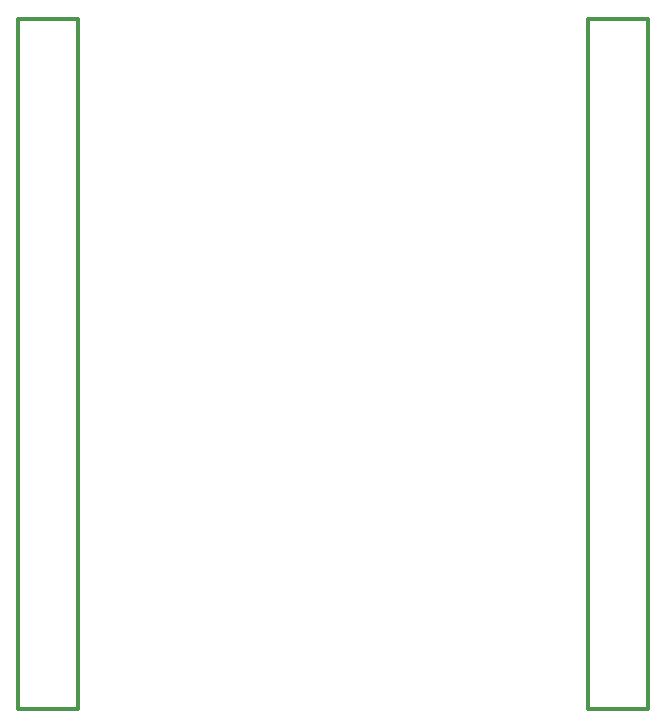
<source format=gbo>
G04 #@! TF.FileFunction,Legend,Bot*
%FSLAX46Y46*%
G04 Gerber Fmt 4.6, Leading zero omitted, Abs format (unit mm)*
G04 Created by KiCad (PCBNEW 4.0.7) date 10/18/17 23:54:45*
%MOMM*%
%LPD*%
G01*
G04 APERTURE LIST*
%ADD10C,0.150000*%
%ADD11C,0.304800*%
%ADD12C,0.300000*%
G04 APERTURE END LIST*
D10*
D11*
X168790400Y-61305200D02*
X163710400Y-61305200D01*
X168790400Y-112105200D02*
X168790400Y-61305200D01*
X163710400Y-112105200D02*
X163710400Y-61305200D01*
D12*
X163710400Y-112105200D02*
X163710400Y-119725200D01*
X168790400Y-119725200D02*
X168790400Y-112105200D01*
X163710400Y-119725200D02*
X168790400Y-119725200D01*
X115450400Y-119725200D02*
X120530400Y-119725200D01*
X120530400Y-119725200D02*
X120530400Y-112105200D01*
X115450400Y-112105200D02*
X115450400Y-119725200D01*
D11*
X115450400Y-112105200D02*
X115450400Y-61305200D01*
X120530400Y-112105200D02*
X120530400Y-61305200D01*
X120530400Y-61305200D02*
X115450400Y-61305200D01*
M02*

</source>
